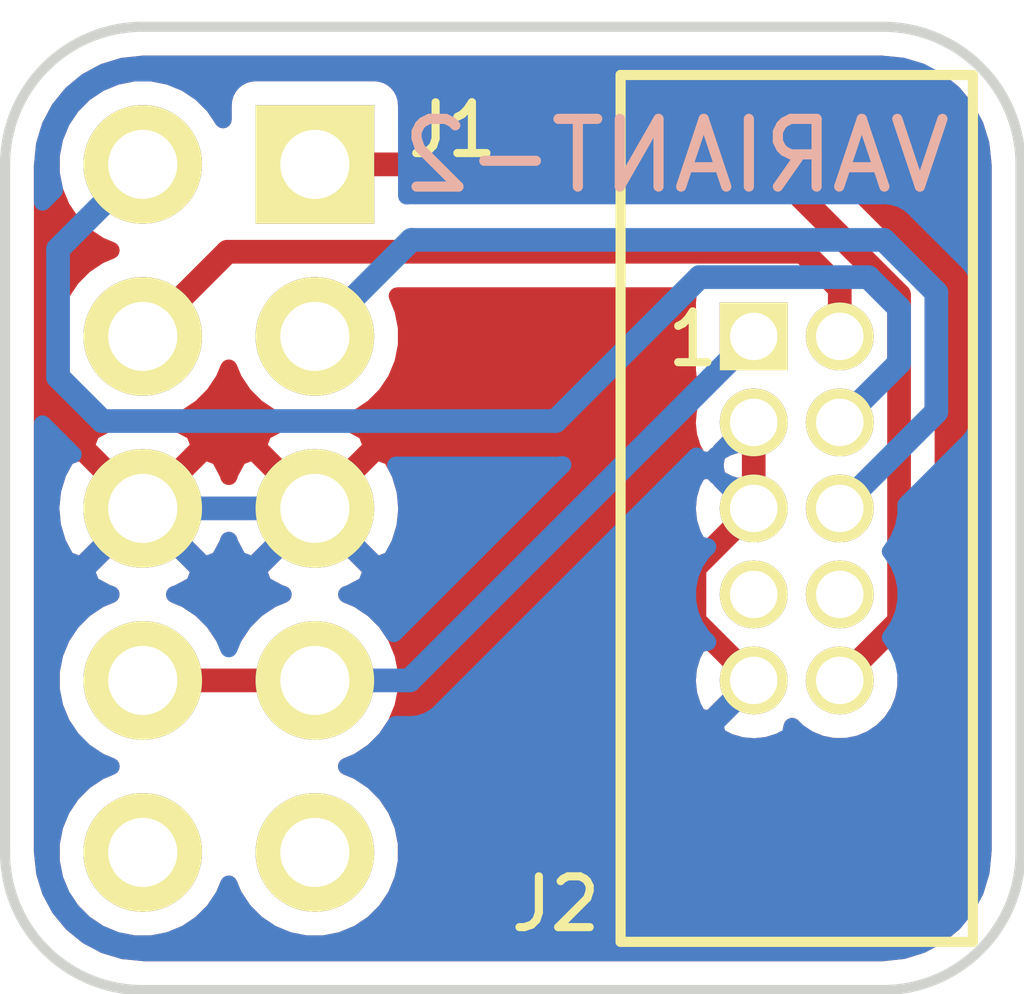
<source format=kicad_pcb>
(kicad_pcb (version 20171130) (host pcbnew 5.1.9-73d0e3b20d~88~ubuntu20.10.1)

  (general
    (thickness 1.6)
    (drawings 10)
    (tracks 30)
    (zones 0)
    (modules 2)
    (nets 11)
  )

  (page A4)
  (layers
    (0 F.Cu signal)
    (31 B.Cu signal)
    (32 B.Adhes user)
    (33 F.Adhes user)
    (34 B.Paste user)
    (35 F.Paste user)
    (36 B.SilkS user)
    (37 F.SilkS user)
    (38 B.Mask user)
    (39 F.Mask user)
    (40 Dwgs.User user)
    (41 Cmts.User user)
    (42 Eco1.User user)
    (43 Eco2.User user)
    (44 Edge.Cuts user)
    (45 Margin user)
    (46 B.CrtYd user)
    (47 F.CrtYd user)
    (48 B.Fab user)
    (49 F.Fab user)
  )

  (setup
    (last_trace_width 0.25)
    (user_trace_width 0.35)
    (trace_clearance 0.2)
    (zone_clearance 0.35)
    (zone_45_only no)
    (trace_min 0.2)
    (via_size 0.6)
    (via_drill 0.4)
    (via_min_size 0.4)
    (via_min_drill 0.3)
    (uvia_size 0.3)
    (uvia_drill 0.1)
    (uvias_allowed no)
    (uvia_min_size 0.2)
    (uvia_min_drill 0.1)
    (edge_width 0.15)
    (segment_width 0.2)
    (pcb_text_width 0.3)
    (pcb_text_size 1.5 1.5)
    (mod_edge_width 0.15)
    (mod_text_size 1 1)
    (mod_text_width 0.15)
    (pad_size 1.524 1.524)
    (pad_drill 0.762)
    (pad_to_mask_clearance 0)
    (aux_axis_origin 0 0)
    (visible_elements FFFFFF7F)
    (pcbplotparams
      (layerselection 0x010f0_ffffffff)
      (usegerberextensions false)
      (usegerberattributes true)
      (usegerberadvancedattributes true)
      (creategerberjobfile true)
      (excludeedgelayer true)
      (linewidth 0.100000)
      (plotframeref false)
      (viasonmask false)
      (mode 1)
      (useauxorigin false)
      (hpglpennumber 1)
      (hpglpenspeed 20)
      (hpglpendiameter 15.000000)
      (psnegative false)
      (psa4output false)
      (plotreference true)
      (plotvalue true)
      (plotinvisibletext false)
      (padsonsilk false)
      (subtractmaskfromsilk false)
      (outputformat 4)
      (mirror false)
      (drillshape 0)
      (scaleselection 1)
      (outputdirectory "gerbers"))
  )

  (net 0 "")
  (net 1 /RST)
  (net 2 /SWDIO)
  (net 3 /GND)
  (net 4 /SWIM)
  (net 5 /SWCLK)
  (net 6 /3.3V)
  (net 7 "Net-(J1-Pad9)")
  (net 8 "Net-(J1-Pad10)")
  (net 9 "Net-(J2-Pad7)")
  (net 10 "Net-(J2-Pad8)")

  (net_class Default "This is the default net class."
    (clearance 0.2)
    (trace_width 0.25)
    (via_dia 0.6)
    (via_drill 0.4)
    (uvia_dia 0.3)
    (uvia_drill 0.1)
    (add_net /3.3V)
    (add_net /GND)
    (add_net /RST)
    (add_net /SWCLK)
    (add_net /SWDIO)
    (add_net /SWIM)
    (add_net "Net-(J1-Pad10)")
    (add_net "Net-(J1-Pad9)")
    (add_net "Net-(J2-Pad7)")
    (add_net "Net-(J2-Pad8)")
  )

  (module kicadlib:ARM_10_PIN (layer F.Cu) (tedit 5FD78D9C) (tstamp 5643CB03)
    (at 157.48 110.236)
    (path /5643BF5B)
    (fp_text reference J2 (at -3.556 5.842) (layer F.SilkS)
      (effects (font (size 0.75 0.75) (thickness 0.12)))
    )
    (fp_text value ARM_10PIN (at 0 3.81) (layer F.Fab)
      (effects (font (size 0.75 0.75) (thickness 0.12)))
    )
    (fp_line (start 2.6 -6.4) (end 2.6 6.4) (layer F.SilkS) (width 0.15))
    (fp_line (start 2.6 6.4) (end -2.6 6.4) (layer F.SilkS) (width 0.15))
    (fp_line (start -2.6 6.4) (end -2.6 -6.4) (layer F.SilkS) (width 0.15))
    (fp_line (start -2.6 -6.4) (end 2.6 -6.4) (layer F.SilkS) (width 0.15))
    (fp_text user 1 (at -1.535 -2.5) (layer F.SilkS)
      (effects (font (size 0.75 0.75) (thickness 0.12)))
    )
    (pad 1 thru_hole rect (at -0.635 -2.54) (size 1 1) (drill 0.70104) (layers *.Cu *.Mask F.SilkS)
      (net 6 /3.3V))
    (pad 2 thru_hole circle (at 0.635 -2.54) (size 1 1) (drill 0.70104) (layers *.Cu *.Mask F.SilkS)
      (net 2 /SWDIO))
    (pad 3 thru_hole circle (at -0.635 -1.27) (size 1 1) (drill 0.70104) (layers *.Cu *.Mask F.SilkS)
      (net 3 /GND))
    (pad 4 thru_hole circle (at 0.635 -1.27) (size 1 1) (drill 0.70104) (layers *.Cu *.Mask F.SilkS)
      (net 5 /SWCLK))
    (pad 5 thru_hole circle (at -0.635 0) (size 1 1) (drill 0.70104) (layers *.Cu *.Mask F.SilkS)
      (net 3 /GND))
    (pad 6 thru_hole circle (at 0.635 0) (size 1 1) (drill 0.70104) (layers *.Cu *.Mask F.SilkS)
      (net 4 /SWIM))
    (pad 7 thru_hole circle (at -0.635 1.27) (size 1 1) (drill 0.70104) (layers *.Cu *.Mask F.SilkS)
      (net 9 "Net-(J2-Pad7)"))
    (pad 8 thru_hole circle (at 0.635 1.27) (size 1 1) (drill 0.70104) (layers *.Cu *.Mask F.SilkS)
      (net 10 "Net-(J2-Pad8)"))
    (pad 9 thru_hole circle (at -0.635 2.54) (size 1 1) (drill 0.70104) (layers *.Cu *.Mask F.SilkS)
      (net 3 /GND))
    (pad 10 thru_hole circle (at 0.635 2.54) (size 1 1) (drill 0.70104) (layers *.Cu *.Mask F.SilkS)
      (net 1 /RST))
    (model ${KIPRJMOD}/../kicadlib/kicadlib.pretty/models/ARM_10_PIN_TH_SHRD.wrl
      (offset (xyz -2.5908 -6.35 0))
      (scale (xyz 0.395 0.4 0.4))
      (rotate (xyz 0 0 -90))
    )
  )

  (module kicadlib:ARM_10_PIN_0.1_TH_RIGHTANGLE (layer F.Cu) (tedit 5FD78C30) (tstamp 5643CAF0)
    (at 150.368 105.156)
    (path /5643C704)
    (fp_text reference J1 (at 2.032 -0.508) (layer F.SilkS)
      (effects (font (size 0.75 0.75) (thickness 0.12)))
    )
    (fp_text value 2X5_HDR (at -1.27 -1.778) (layer F.Fab)
      (effects (font (size 0.75 0.75) (thickness 0.12)))
    )
    (pad 1 thru_hole rect (at 0 0) (size 1.75 1.75) (drill 1.02) (layers *.Cu *.Mask F.SilkS)
      (net 1 /RST))
    (pad 2 thru_hole circle (at -2.54 0) (size 1.75 1.75) (drill 1.02) (layers *.Cu *.Mask F.SilkS)
      (net 5 /SWCLK))
    (pad 3 thru_hole circle (at 0 2.54) (size 1.75 1.75) (drill 1.02) (layers *.Cu *.Mask F.SilkS)
      (net 4 /SWIM))
    (pad 4 thru_hole circle (at -2.54 2.54) (size 1.75 1.75) (drill 1.02) (layers *.Cu *.Mask F.SilkS)
      (net 2 /SWDIO))
    (pad 5 thru_hole circle (at 0 5.08) (size 1.75 1.75) (drill 1.02) (layers *.Cu *.Mask F.SilkS)
      (net 3 /GND))
    (pad 6 thru_hole circle (at -2.54 5.08) (size 1.75 1.75) (drill 1.02) (layers *.Cu *.Mask F.SilkS)
      (net 3 /GND))
    (pad 7 thru_hole circle (at 0 7.62) (size 1.75 1.75) (drill 1.02) (layers *.Cu *.Mask F.SilkS)
      (net 6 /3.3V))
    (pad 8 thru_hole circle (at -2.54 7.62) (size 1.75 1.75) (drill 1.02) (layers *.Cu *.Mask F.SilkS)
      (net 6 /3.3V))
    (pad 9 thru_hole circle (at 0 10.16) (size 1.75 1.75) (drill 1.02) (layers *.Cu *.Mask F.SilkS)
      (net 7 "Net-(J1-Pad9)"))
    (pad 10 thru_hole circle (at -2.54 10.16) (size 1.75 1.75) (drill 1.02) (layers *.Cu *.Mask F.SilkS)
      (net 8 "Net-(J1-Pad10)"))
    (model ${KIPRJMOD}/../SFH11-xxPC-D05-RA-BK.IGS
      (offset (xyz -12.5 -5 3.5))
      (scale (xyz 1 1 1))
      (rotate (xyz 90 -90 0))
    )
  )

  (gr_text VARIANT-2 (at 155.702 105.029) (layer B.SilkS)
    (effects (font (size 1 1) (thickness 0.15)) (justify mirror))
  )
  (gr_text "github.com/noahp/\nstlink-clone-adapter/\nvariant-2 v1" (at 155.702 114.9985) (layer B.Mask)
    (effects (font (size 0.5 0.5) (thickness 0.125)) (justify mirror))
  )
  (gr_line (start 158.75 117.348) (end 147.828 117.348) (angle 90) (layer Edge.Cuts) (width 0.15))
  (gr_line (start 160.782 105.156) (end 160.782 115.316) (angle 90) (layer Edge.Cuts) (width 0.15))
  (gr_line (start 147.828 103.124) (end 158.75 103.124) (angle 90) (layer Edge.Cuts) (width 0.15))
  (gr_line (start 145.796 115.316) (end 145.796 105.156) (angle 90) (layer Edge.Cuts) (width 0.15))
  (gr_arc (start 147.828 115.316) (end 147.828 117.348) (angle 90) (layer Edge.Cuts) (width 0.15))
  (gr_arc (start 158.75 115.316) (end 160.782 115.316) (angle 90) (layer Edge.Cuts) (width 0.15))
  (gr_arc (start 158.75 105.156) (end 158.75 103.124) (angle 90) (layer Edge.Cuts) (width 0.15))
  (gr_arc (start 147.828 105.156) (end 145.796 105.156) (angle 90) (layer Edge.Cuts) (width 0.15))

  (segment (start 158.990001 111.900999) (end 158.115 112.776) (width 0.35) (layer F.Cu) (net 1) (status 20))
  (segment (start 158.990001 107.086064) (end 158.990001 111.900999) (width 0.35) (layer F.Cu) (net 1))
  (segment (start 157.059937 105.156) (end 158.990001 107.086064) (width 0.35) (layer F.Cu) (net 1))
  (segment (start 150.368 105.156) (end 157.059937 105.156) (width 0.35) (layer F.Cu) (net 1) (status 10))
  (segment (start 158.115 106.988894) (end 158.115 107.696) (width 0.35) (layer F.Cu) (net 2) (status 20))
  (segment (start 157.572105 106.445999) (end 158.115 106.988894) (width 0.35) (layer F.Cu) (net 2))
  (segment (start 149.078001 106.445999) (end 157.572105 106.445999) (width 0.35) (layer F.Cu) (net 2))
  (segment (start 147.828 107.696) (end 149.078001 106.445999) (width 0.35) (layer F.Cu) (net 2) (status 10))
  (segment (start 156.845 110.236) (end 156.845 108.966) (width 0.35) (layer F.Cu) (net 3) (status 30))
  (segment (start 147.828 110.236) (end 150.368 110.236) (width 0.35) (layer B.Cu) (net 3) (status 30))
  (segment (start 155.969999 111.111001) (end 156.845 110.236) (width 0.35) (layer F.Cu) (net 3) (status 20))
  (segment (start 155.969999 111.900999) (end 155.969999 111.111001) (width 0.35) (layer F.Cu) (net 3))
  (segment (start 156.845 112.776) (end 155.969999 111.900999) (width 0.35) (layer F.Cu) (net 3) (status 10))
  (segment (start 159.540011 108.810989) (end 158.115 110.236) (width 0.35) (layer B.Cu) (net 4) (status 20))
  (segment (start 159.540011 107.048178) (end 159.540011 108.810989) (width 0.35) (layer B.Cu) (net 4))
  (segment (start 158.762822 106.270989) (end 159.540011 107.048178) (width 0.35) (layer B.Cu) (net 4))
  (segment (start 151.793011 106.270989) (end 158.762822 106.270989) (width 0.35) (layer B.Cu) (net 4))
  (segment (start 150.368 107.696) (end 151.793011 106.270989) (width 0.35) (layer B.Cu) (net 4) (status 10))
  (segment (start 158.990001 108.090999) (end 158.115 108.966) (width 0.35) (layer B.Cu) (net 5) (status 20))
  (segment (start 158.990001 107.275999) (end 158.990001 108.090999) (width 0.35) (layer B.Cu) (net 5))
  (segment (start 158.535001 106.820999) (end 158.990001 107.275999) (width 0.35) (layer B.Cu) (net 5))
  (segment (start 156.044999 106.820999) (end 158.535001 106.820999) (width 0.35) (layer B.Cu) (net 5))
  (segment (start 153.919997 108.946001) (end 156.044999 106.820999) (width 0.35) (layer B.Cu) (net 5))
  (segment (start 147.227999 108.946001) (end 153.919997 108.946001) (width 0.35) (layer B.Cu) (net 5))
  (segment (start 146.577999 108.296001) (end 147.227999 108.946001) (width 0.35) (layer B.Cu) (net 5))
  (segment (start 146.577999 106.406001) (end 146.577999 108.296001) (width 0.35) (layer B.Cu) (net 5))
  (segment (start 147.828 105.156) (end 146.577999 106.406001) (width 0.35) (layer B.Cu) (net 5) (status 10))
  (segment (start 150.368 112.776) (end 151.765 112.776) (width 0.35) (layer B.Cu) (net 6) (status 10))
  (segment (start 151.765 112.776) (end 156.845 107.696) (width 0.35) (layer B.Cu) (net 6) (status 20))
  (segment (start 147.828 112.776) (end 150.368 112.776) (width 0.35) (layer F.Cu) (net 6) (status 30))

  (zone (net 3) (net_name /GND) (layer B.Cu) (tstamp 5FD79889) (hatch edge 0.508)
    (connect_pads (clearance 0.35))
    (min_thickness 0.254)
    (fill yes (arc_segments 16) (thermal_gap 0.35) (thermal_bridge_width 0.35))
    (polygon
      (pts
        (xy 160.782 117.348) (xy 145.796 117.348) (xy 145.796 103.124) (xy 160.782 103.124)
      )
    )
    (filled_polygon
      (pts
        (xy 159.036953 103.706783) (xy 159.312976 103.79012) (xy 159.567557 103.925483) (xy 159.790994 104.107714) (xy 159.974781 104.329876)
        (xy 160.111917 104.583502) (xy 160.197179 104.85894) (xy 160.23 105.171217) (xy 160.230001 115.288988) (xy 160.199217 115.602953)
        (xy 160.11588 115.878978) (xy 159.980517 116.133558) (xy 159.798288 116.356993) (xy 159.576127 116.54078) (xy 159.322497 116.677917)
        (xy 159.047061 116.763179) (xy 158.734783 116.796) (xy 147.855002 116.796) (xy 147.541047 116.765217) (xy 147.265022 116.68188)
        (xy 147.010442 116.546517) (xy 146.787007 116.364288) (xy 146.60322 116.142127) (xy 146.466083 115.888497) (xy 146.380821 115.613061)
        (xy 146.348 115.300783) (xy 146.348 108.988068) (xy 146.744319 109.384387) (xy 146.764735 109.409265) (xy 146.800916 109.438958)
        (xy 146.701389 109.4768) (xy 146.574924 109.711179) (xy 146.496614 109.965727) (xy 146.469469 110.230661) (xy 146.494531 110.4958)
        (xy 146.570838 110.750955) (xy 146.695456 110.98632) (xy 146.701389 110.9952) (xy 146.918405 111.077713) (xy 147.760118 110.236)
        (xy 147.745976 110.221858) (xy 147.813858 110.153976) (xy 147.828 110.168118) (xy 147.842143 110.153976) (xy 147.910025 110.221858)
        (xy 147.895882 110.236) (xy 148.737595 111.077713) (xy 148.954611 110.9952) (xy 149.081076 110.760821) (xy 149.097664 110.706903)
        (xy 149.110838 110.750955) (xy 149.235456 110.98632) (xy 149.241389 110.9952) (xy 149.458405 111.077713) (xy 150.300118 110.236)
        (xy 150.285976 110.221858) (xy 150.353858 110.153976) (xy 150.368 110.168118) (xy 150.382143 110.153976) (xy 150.450025 110.221858)
        (xy 150.435882 110.236) (xy 151.277595 111.077713) (xy 151.494611 110.9952) (xy 151.621076 110.760821) (xy 151.699386 110.506273)
        (xy 151.726531 110.241339) (xy 151.701469 109.9762) (xy 151.625162 109.721045) (xy 151.560014 109.598001) (xy 153.887975 109.598001)
        (xy 153.919997 109.601155) (xy 153.952019 109.598001) (xy 154.028462 109.590472) (xy 151.53297 112.085964) (xy 151.418167 111.91415)
        (xy 151.22985 111.725833) (xy 151.008412 111.577873) (xy 150.837048 111.506891) (xy 150.882955 111.493162) (xy 151.11832 111.368544)
        (xy 151.1272 111.362611) (xy 151.209713 111.145595) (xy 150.368 110.303882) (xy 149.526287 111.145595) (xy 149.6088 111.362611)
        (xy 149.843179 111.489076) (xy 149.899862 111.506514) (xy 149.727588 111.577873) (xy 149.50615 111.725833) (xy 149.317833 111.91415)
        (xy 149.169873 112.135588) (xy 149.098 112.309104) (xy 149.026127 112.135588) (xy 148.878167 111.91415) (xy 148.68985 111.725833)
        (xy 148.468412 111.577873) (xy 148.297048 111.506891) (xy 148.342955 111.493162) (xy 148.57832 111.368544) (xy 148.5872 111.362611)
        (xy 148.669713 111.145595) (xy 147.828 110.303882) (xy 146.986287 111.145595) (xy 147.0688 111.362611) (xy 147.303179 111.489076)
        (xy 147.359862 111.506514) (xy 147.187588 111.577873) (xy 146.96615 111.725833) (xy 146.777833 111.91415) (xy 146.629873 112.135588)
        (xy 146.527956 112.381636) (xy 146.476 112.64284) (xy 146.476 112.90916) (xy 146.527956 113.170364) (xy 146.629873 113.416412)
        (xy 146.777833 113.63785) (xy 146.96615 113.826167) (xy 147.187588 113.974127) (xy 147.361104 114.046) (xy 147.187588 114.117873)
        (xy 146.96615 114.265833) (xy 146.777833 114.45415) (xy 146.629873 114.675588) (xy 146.527956 114.921636) (xy 146.476 115.18284)
        (xy 146.476 115.44916) (xy 146.527956 115.710364) (xy 146.629873 115.956412) (xy 146.777833 116.17785) (xy 146.96615 116.366167)
        (xy 147.187588 116.514127) (xy 147.433636 116.616044) (xy 147.69484 116.668) (xy 147.96116 116.668) (xy 148.222364 116.616044)
        (xy 148.468412 116.514127) (xy 148.68985 116.366167) (xy 148.878167 116.17785) (xy 149.026127 115.956412) (xy 149.098 115.782896)
        (xy 149.169873 115.956412) (xy 149.317833 116.17785) (xy 149.50615 116.366167) (xy 149.727588 116.514127) (xy 149.973636 116.616044)
        (xy 150.23484 116.668) (xy 150.50116 116.668) (xy 150.762364 116.616044) (xy 151.008412 116.514127) (xy 151.22985 116.366167)
        (xy 151.418167 116.17785) (xy 151.566127 115.956412) (xy 151.668044 115.710364) (xy 151.72 115.44916) (xy 151.72 115.18284)
        (xy 151.668044 114.921636) (xy 151.566127 114.675588) (xy 151.418167 114.45415) (xy 151.22985 114.265833) (xy 151.008412 114.117873)
        (xy 150.834896 114.046) (xy 151.008412 113.974127) (xy 151.22985 113.826167) (xy 151.418167 113.63785) (xy 151.558384 113.428)
        (xy 151.732978 113.428) (xy 151.765 113.431154) (xy 151.797022 113.428) (xy 151.892814 113.418565) (xy 152.015717 113.381283)
        (xy 152.128984 113.320741) (xy 152.228264 113.239264) (xy 152.248685 113.214381) (xy 156.001224 109.461843) (xy 156.023502 109.503522)
        (xy 156.202141 109.540977) (xy 156.30187 109.441248) (xy 156.270023 109.593141) (xy 156.277882 109.601) (xy 156.270023 109.608859)
        (xy 156.30187 109.760752) (xy 156.202141 109.661023) (xy 156.023502 109.698478) (xy 155.934422 109.869072) (xy 155.880335 110.053768)
        (xy 155.863319 110.245466) (xy 155.884028 110.436801) (xy 155.941667 110.620419) (xy 156.023502 110.773522) (xy 156.165929 110.803385)
        (xy 156.086115 110.883199) (xy 155.979194 111.043217) (xy 155.905546 111.22102) (xy 155.868 111.409774) (xy 155.868 111.602226)
        (xy 155.905546 111.79098) (xy 155.979194 111.968783) (xy 156.086115 112.128801) (xy 156.165929 112.208615) (xy 156.023502 112.238478)
        (xy 155.934422 112.409072) (xy 155.880335 112.593768) (xy 155.863319 112.785466) (xy 155.884028 112.976801) (xy 155.941667 113.160419)
        (xy 156.023502 113.313522) (xy 156.202141 113.350977) (xy 156.777118 112.776) (xy 156.762976 112.761858) (xy 156.830858 112.693976)
        (xy 156.845 112.708118) (xy 156.859143 112.693976) (xy 156.927025 112.761858) (xy 156.912882 112.776) (xy 156.927025 112.790143)
        (xy 156.859143 112.858025) (xy 156.845 112.843882) (xy 156.270023 113.418859) (xy 156.307478 113.597498) (xy 156.478072 113.686578)
        (xy 156.662768 113.740665) (xy 156.854466 113.757681) (xy 157.045801 113.736972) (xy 157.229419 113.679333) (xy 157.382522 113.597498)
        (xy 157.412385 113.455071) (xy 157.492199 113.534885) (xy 157.652217 113.641806) (xy 157.83002 113.715454) (xy 158.018774 113.753)
        (xy 158.211226 113.753) (xy 158.39998 113.715454) (xy 158.577783 113.641806) (xy 158.737801 113.534885) (xy 158.873885 113.398801)
        (xy 158.980806 113.238783) (xy 159.054454 113.06098) (xy 159.092 112.872226) (xy 159.092 112.679774) (xy 159.054454 112.49102)
        (xy 158.980806 112.313217) (xy 158.873885 112.153199) (xy 158.861686 112.141) (xy 158.873885 112.128801) (xy 158.980806 111.968783)
        (xy 159.054454 111.79098) (xy 159.092 111.602226) (xy 159.092 111.409774) (xy 159.054454 111.22102) (xy 158.980806 111.043217)
        (xy 158.873885 110.883199) (xy 158.861686 110.871) (xy 158.873885 110.858801) (xy 158.980806 110.698783) (xy 159.054454 110.52098)
        (xy 159.092 110.332226) (xy 159.092 110.181066) (xy 159.978398 109.294669) (xy 160.003275 109.274253) (xy 160.084752 109.174973)
        (xy 160.145294 109.061706) (xy 160.170432 108.978838) (xy 160.182576 108.938804) (xy 160.195165 108.810989) (xy 160.192011 108.778967)
        (xy 160.192011 107.080199) (xy 160.195165 107.048177) (xy 160.182576 106.920363) (xy 160.145294 106.797461) (xy 160.130607 106.769984)
        (xy 160.084752 106.684194) (xy 160.003275 106.584914) (xy 159.978399 106.564499) (xy 159.246506 105.832607) (xy 159.226086 105.807725)
        (xy 159.126806 105.726248) (xy 159.013539 105.665706) (xy 158.890636 105.628424) (xy 158.794844 105.618989) (xy 158.762822 105.615835)
        (xy 158.7308 105.618989) (xy 151.825033 105.618989) (xy 151.793011 105.615835) (xy 151.722307 105.622799) (xy 151.722307 104.281)
        (xy 151.713097 104.187492) (xy 151.685822 104.097577) (xy 151.641529 104.014711) (xy 151.581921 103.942079) (xy 151.509289 103.882471)
        (xy 151.426423 103.838178) (xy 151.336508 103.810903) (xy 151.243 103.801693) (xy 149.493 103.801693) (xy 149.399492 103.810903)
        (xy 149.309577 103.838178) (xy 149.226711 103.882471) (xy 149.154079 103.942079) (xy 149.094471 104.014711) (xy 149.050178 104.097577)
        (xy 149.022903 104.187492) (xy 149.013693 104.281) (xy 149.013693 104.496979) (xy 148.878167 104.29415) (xy 148.68985 104.105833)
        (xy 148.468412 103.957873) (xy 148.222364 103.855956) (xy 147.96116 103.804) (xy 147.69484 103.804) (xy 147.433636 103.855956)
        (xy 147.187588 103.957873) (xy 146.96615 104.105833) (xy 146.777833 104.29415) (xy 146.629873 104.515588) (xy 146.527956 104.761636)
        (xy 146.476 105.02284) (xy 146.476 105.28916) (xy 146.525237 105.536696) (xy 146.348 105.713934) (xy 146.348 105.183002)
        (xy 146.378783 104.869047) (xy 146.46212 104.593024) (xy 146.597483 104.338443) (xy 146.779714 104.115006) (xy 147.001876 103.931219)
        (xy 147.255502 103.794083) (xy 147.53094 103.708821) (xy 147.843217 103.676) (xy 158.722998 103.676)
      )
    )
    (filled_polygon
      (pts
        (xy 156.478072 109.876578) (xy 156.584679 109.907797) (xy 156.845 110.168118) (xy 156.859143 110.153976) (xy 156.927025 110.221858)
        (xy 156.912882 110.236) (xy 156.927025 110.250143) (xy 156.859143 110.318025) (xy 156.845 110.303882) (xy 156.830858 110.318025)
        (xy 156.762976 110.250143) (xy 156.777118 110.236) (xy 156.351716 109.810598)
      )
    )
    (filled_polygon
      (pts
        (xy 156.927025 108.951858) (xy 156.912882 108.966) (xy 156.927025 108.980143) (xy 156.859143 109.048025) (xy 156.845 109.033882)
        (xy 156.585395 109.293487) (xy 156.460581 109.332667) (xy 156.352888 109.39023) (xy 156.777118 108.966) (xy 156.762976 108.951858)
        (xy 156.830858 108.883976) (xy 156.845 108.898118) (xy 156.859143 108.883976)
      )
    )
  )
  (zone (net 3) (net_name /GND) (layer F.Cu) (tstamp 5FF11CA8) (hatch edge 0.508)
    (connect_pads (clearance 0.35))
    (min_thickness 0.254)
    (fill yes (arc_segments 16) (thermal_gap 0.35) (thermal_bridge_width 0.35))
    (polygon
      (pts
        (xy 160.782 117.348) (xy 145.796 117.348) (xy 145.796 103.124) (xy 160.782 103.124)
      )
    )
    (filled_polygon
      (pts
        (xy 159.036953 103.706783) (xy 159.312976 103.79012) (xy 159.567557 103.925483) (xy 159.790994 104.107714) (xy 159.974781 104.329876)
        (xy 160.111917 104.583502) (xy 160.197179 104.85894) (xy 160.23 105.171217) (xy 160.230001 115.288988) (xy 160.199217 115.602953)
        (xy 160.11588 115.878978) (xy 159.980517 116.133558) (xy 159.798288 116.356993) (xy 159.576127 116.54078) (xy 159.322497 116.677917)
        (xy 159.047061 116.763179) (xy 158.734783 116.796) (xy 147.855002 116.796) (xy 147.541047 116.765217) (xy 147.265022 116.68188)
        (xy 147.010442 116.546517) (xy 146.787007 116.364288) (xy 146.60322 116.142127) (xy 146.466083 115.888497) (xy 146.380821 115.613061)
        (xy 146.348 115.300783) (xy 146.348 112.64284) (xy 146.476 112.64284) (xy 146.476 112.90916) (xy 146.527956 113.170364)
        (xy 146.629873 113.416412) (xy 146.777833 113.63785) (xy 146.96615 113.826167) (xy 147.187588 113.974127) (xy 147.361104 114.046)
        (xy 147.187588 114.117873) (xy 146.96615 114.265833) (xy 146.777833 114.45415) (xy 146.629873 114.675588) (xy 146.527956 114.921636)
        (xy 146.476 115.18284) (xy 146.476 115.44916) (xy 146.527956 115.710364) (xy 146.629873 115.956412) (xy 146.777833 116.17785)
        (xy 146.96615 116.366167) (xy 147.187588 116.514127) (xy 147.433636 116.616044) (xy 147.69484 116.668) (xy 147.96116 116.668)
        (xy 148.222364 116.616044) (xy 148.468412 116.514127) (xy 148.68985 116.366167) (xy 148.878167 116.17785) (xy 149.026127 115.956412)
        (xy 149.098 115.782896) (xy 149.169873 115.956412) (xy 149.317833 116.17785) (xy 149.50615 116.366167) (xy 149.727588 116.514127)
        (xy 149.973636 116.616044) (xy 150.23484 116.668) (xy 150.50116 116.668) (xy 150.762364 116.616044) (xy 151.008412 116.514127)
        (xy 151.22985 116.366167) (xy 151.418167 116.17785) (xy 151.566127 115.956412) (xy 151.668044 115.710364) (xy 151.72 115.44916)
        (xy 151.72 115.18284) (xy 151.668044 114.921636) (xy 151.566127 114.675588) (xy 151.418167 114.45415) (xy 151.22985 114.265833)
        (xy 151.008412 114.117873) (xy 150.834896 114.046) (xy 151.008412 113.974127) (xy 151.22985 113.826167) (xy 151.418167 113.63785)
        (xy 151.566127 113.416412) (xy 151.668044 113.170364) (xy 151.72 112.90916) (xy 151.72 112.64284) (xy 151.668044 112.381636)
        (xy 151.566127 112.135588) (xy 151.418167 111.91415) (xy 151.22985 111.725833) (xy 151.008412 111.577873) (xy 150.837048 111.506891)
        (xy 150.882955 111.493162) (xy 151.11832 111.368544) (xy 151.1272 111.362611) (xy 151.209713 111.145595) (xy 150.368 110.303882)
        (xy 149.526287 111.145595) (xy 149.6088 111.362611) (xy 149.843179 111.489076) (xy 149.899862 111.506514) (xy 149.727588 111.577873)
        (xy 149.50615 111.725833) (xy 149.317833 111.91415) (xy 149.177616 112.124) (xy 149.018384 112.124) (xy 148.878167 111.91415)
        (xy 148.68985 111.725833) (xy 148.468412 111.577873) (xy 148.297048 111.506891) (xy 148.342955 111.493162) (xy 148.57832 111.368544)
        (xy 148.5872 111.362611) (xy 148.669713 111.145595) (xy 147.828 110.303882) (xy 146.986287 111.145595) (xy 147.0688 111.362611)
        (xy 147.303179 111.489076) (xy 147.359862 111.506514) (xy 147.187588 111.577873) (xy 146.96615 111.725833) (xy 146.777833 111.91415)
        (xy 146.629873 112.135588) (xy 146.527956 112.381636) (xy 146.476 112.64284) (xy 146.348 112.64284) (xy 146.348 110.230661)
        (xy 146.469469 110.230661) (xy 146.494531 110.4958) (xy 146.570838 110.750955) (xy 146.695456 110.98632) (xy 146.701389 110.9952)
        (xy 146.918405 111.077713) (xy 147.760118 110.236) (xy 147.895882 110.236) (xy 148.737595 111.077713) (xy 148.954611 110.9952)
        (xy 149.081076 110.760821) (xy 149.097664 110.706903) (xy 149.110838 110.750955) (xy 149.235456 110.98632) (xy 149.241389 110.9952)
        (xy 149.458405 111.077713) (xy 150.300118 110.236) (xy 150.435882 110.236) (xy 151.277595 111.077713) (xy 151.494611 110.9952)
        (xy 151.621076 110.760821) (xy 151.699386 110.506273) (xy 151.726531 110.241339) (xy 151.701469 109.9762) (xy 151.625162 109.721045)
        (xy 151.500544 109.48568) (xy 151.494611 109.4768) (xy 151.277595 109.394287) (xy 150.435882 110.236) (xy 150.300118 110.236)
        (xy 149.458405 109.394287) (xy 149.241389 109.4768) (xy 149.114924 109.711179) (xy 149.098336 109.765097) (xy 149.085162 109.721045)
        (xy 148.960544 109.48568) (xy 148.954611 109.4768) (xy 148.737595 109.394287) (xy 147.895882 110.236) (xy 147.760118 110.236)
        (xy 146.918405 109.394287) (xy 146.701389 109.4768) (xy 146.574924 109.711179) (xy 146.496614 109.965727) (xy 146.469469 110.230661)
        (xy 146.348 110.230661) (xy 146.348 105.183002) (xy 146.363703 105.02284) (xy 146.476 105.02284) (xy 146.476 105.28916)
        (xy 146.527956 105.550364) (xy 146.629873 105.796412) (xy 146.777833 106.01785) (xy 146.96615 106.206167) (xy 147.187588 106.354127)
        (xy 147.361104 106.426) (xy 147.187588 106.497873) (xy 146.96615 106.645833) (xy 146.777833 106.83415) (xy 146.629873 107.055588)
        (xy 146.527956 107.301636) (xy 146.476 107.56284) (xy 146.476 107.82916) (xy 146.527956 108.090364) (xy 146.629873 108.336412)
        (xy 146.777833 108.55785) (xy 146.96615 108.746167) (xy 147.187588 108.894127) (xy 147.358952 108.965109) (xy 147.313045 108.978838)
        (xy 147.07768 109.103456) (xy 147.0688 109.109389) (xy 146.986287 109.326405) (xy 147.828 110.168118) (xy 148.669713 109.326405)
        (xy 148.5872 109.109389) (xy 148.352821 108.982924) (xy 148.296138 108.965486) (xy 148.468412 108.894127) (xy 148.68985 108.746167)
        (xy 148.878167 108.55785) (xy 149.026127 108.336412) (xy 149.098 108.162896) (xy 149.169873 108.336412) (xy 149.317833 108.55785)
        (xy 149.50615 108.746167) (xy 149.727588 108.894127) (xy 149.898952 108.965109) (xy 149.853045 108.978838) (xy 149.61768 109.103456)
        (xy 149.6088 109.109389) (xy 149.526287 109.326405) (xy 150.368 110.168118) (xy 151.209713 109.326405) (xy 151.1272 109.109389)
        (xy 150.892821 108.982924) (xy 150.836138 108.965486) (xy 151.008412 108.894127) (xy 151.22985 108.746167) (xy 151.418167 108.55785)
        (xy 151.566127 108.336412) (xy 151.668044 108.090364) (xy 151.72 107.82916) (xy 151.72 107.56284) (xy 151.668044 107.301636)
        (xy 151.583694 107.097999) (xy 155.876266 107.097999) (xy 155.874903 107.102492) (xy 155.865693 107.196) (xy 155.865693 108.196)
        (xy 155.874903 108.289508) (xy 155.902178 108.379423) (xy 155.946471 108.462289) (xy 155.982758 108.506505) (xy 155.934422 108.599072)
        (xy 155.880335 108.783768) (xy 155.863319 108.975466) (xy 155.884028 109.166801) (xy 155.941667 109.350419) (xy 156.023502 109.503522)
        (xy 156.202141 109.540977) (xy 156.30187 109.441248) (xy 156.270023 109.593141) (xy 156.277882 109.601) (xy 156.270023 109.608859)
        (xy 156.30187 109.760752) (xy 156.202141 109.661023) (xy 156.023502 109.698478) (xy 155.934422 109.869072) (xy 155.880335 110.053768)
        (xy 155.863319 110.245466) (xy 155.884028 110.436801) (xy 155.941667 110.620419) (xy 156.023502 110.773522) (xy 156.165929 110.803385)
        (xy 156.086115 110.883199) (xy 155.979194 111.043217) (xy 155.905546 111.22102) (xy 155.868 111.409774) (xy 155.868 111.602226)
        (xy 155.905546 111.79098) (xy 155.979194 111.968783) (xy 156.086115 112.128801) (xy 156.165929 112.208615) (xy 156.023502 112.238478)
        (xy 155.934422 112.409072) (xy 155.880335 112.593768) (xy 155.863319 112.785466) (xy 155.884028 112.976801) (xy 155.941667 113.160419)
        (xy 156.023502 113.313522) (xy 156.202141 113.350977) (xy 156.777118 112.776) (xy 156.762976 112.761858) (xy 156.830858 112.693976)
        (xy 156.845 112.708118) (xy 156.859143 112.693976) (xy 156.927025 112.761858) (xy 156.912882 112.776) (xy 156.927025 112.790143)
        (xy 156.859143 112.858025) (xy 156.845 112.843882) (xy 156.270023 113.418859) (xy 156.307478 113.597498) (xy 156.478072 113.686578)
        (xy 156.662768 113.740665) (xy 156.854466 113.757681) (xy 157.045801 113.736972) (xy 157.229419 113.679333) (xy 157.382522 113.597498)
        (xy 157.412385 113.455071) (xy 157.492199 113.534885) (xy 157.652217 113.641806) (xy 157.83002 113.715454) (xy 158.018774 113.753)
        (xy 158.211226 113.753) (xy 158.39998 113.715454) (xy 158.577783 113.641806) (xy 158.737801 113.534885) (xy 158.873885 113.398801)
        (xy 158.980806 113.238783) (xy 159.054454 113.06098) (xy 159.092 112.872226) (xy 159.092 112.721067) (xy 159.428388 112.384679)
        (xy 159.453265 112.364263) (xy 159.534742 112.264983) (xy 159.595284 112.151716) (xy 159.632566 112.028813) (xy 159.642001 111.933021)
        (xy 159.645155 111.901) (xy 159.642001 111.868978) (xy 159.642001 107.118086) (xy 159.645155 107.086064) (xy 159.632566 106.958249)
        (xy 159.60309 106.86108) (xy 159.595284 106.835347) (xy 159.534742 106.72208) (xy 159.453265 106.6228) (xy 159.428389 106.602385)
        (xy 157.543622 104.717619) (xy 157.523201 104.692736) (xy 157.423921 104.611259) (xy 157.310654 104.550717) (xy 157.187751 104.513435)
        (xy 157.091959 104.504) (xy 157.059937 104.500846) (xy 157.027915 104.504) (xy 151.722307 104.504) (xy 151.722307 104.281)
        (xy 151.713097 104.187492) (xy 151.685822 104.097577) (xy 151.641529 104.014711) (xy 151.581921 103.942079) (xy 151.509289 103.882471)
        (xy 151.426423 103.838178) (xy 151.336508 103.810903) (xy 151.243 103.801693) (xy 149.493 103.801693) (xy 149.399492 103.810903)
        (xy 149.309577 103.838178) (xy 149.226711 103.882471) (xy 149.154079 103.942079) (xy 149.094471 104.014711) (xy 149.050178 104.097577)
        (xy 149.022903 104.187492) (xy 149.013693 104.281) (xy 149.013693 104.496979) (xy 148.878167 104.29415) (xy 148.68985 104.105833)
        (xy 148.468412 103.957873) (xy 148.222364 103.855956) (xy 147.96116 103.804) (xy 147.69484 103.804) (xy 147.433636 103.855956)
        (xy 147.187588 103.957873) (xy 146.96615 104.105833) (xy 146.777833 104.29415) (xy 146.629873 104.515588) (xy 146.527956 104.761636)
        (xy 146.476 105.02284) (xy 146.363703 105.02284) (xy 146.378783 104.869047) (xy 146.46212 104.593024) (xy 146.597483 104.338443)
        (xy 146.779714 104.115006) (xy 147.001876 103.931219) (xy 147.255502 103.794083) (xy 147.53094 103.708821) (xy 147.843217 103.676)
        (xy 158.722998 103.676)
      )
    )
    (filled_polygon
      (pts
        (xy 156.478072 109.876578) (xy 156.584679 109.907797) (xy 156.845 110.168118) (xy 156.859143 110.153976) (xy 156.927025 110.221858)
        (xy 156.912882 110.236) (xy 156.927025 110.250143) (xy 156.859143 110.318025) (xy 156.845 110.303882) (xy 156.830858 110.318025)
        (xy 156.762976 110.250143) (xy 156.777118 110.236) (xy 156.351716 109.810598)
      )
    )
    (filled_polygon
      (pts
        (xy 156.927025 108.951858) (xy 156.912882 108.966) (xy 156.927025 108.980143) (xy 156.859143 109.048025) (xy 156.845 109.033882)
        (xy 156.585395 109.293487) (xy 156.460581 109.332667) (xy 156.352888 109.39023) (xy 156.777118 108.966) (xy 156.762976 108.951858)
        (xy 156.830858 108.883976) (xy 156.845 108.898118) (xy 156.859143 108.883976)
      )
    )
  )
)

</source>
